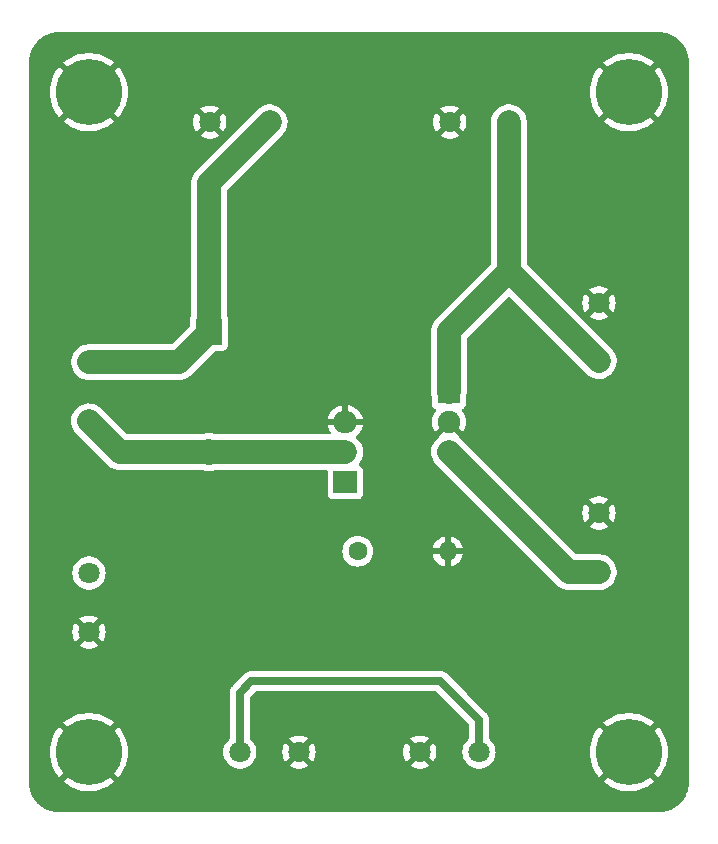
<source format=gbr>
%TF.GenerationSoftware,KiCad,Pcbnew,7.0.9*%
%TF.CreationDate,2024-06-27T12:47:17-04:00*%
%TF.ProjectId,PCBAdas,50434241-6461-4732-9e6b-696361645f70,rev?*%
%TF.SameCoordinates,Original*%
%TF.FileFunction,Copper,L2,Bot*%
%TF.FilePolarity,Positive*%
%FSLAX46Y46*%
G04 Gerber Fmt 4.6, Leading zero omitted, Abs format (unit mm)*
G04 Created by KiCad (PCBNEW 7.0.9) date 2024-06-27 12:47:17*
%MOMM*%
%LPD*%
G01*
G04 APERTURE LIST*
%TA.AperFunction,ComponentPad*%
%ADD10C,1.803400*%
%TD*%
%TA.AperFunction,ComponentPad*%
%ADD11R,1.910000X1.910000*%
%TD*%
%TA.AperFunction,ComponentPad*%
%ADD12C,1.910000*%
%TD*%
%TA.AperFunction,ComponentPad*%
%ADD13C,1.600000*%
%TD*%
%TA.AperFunction,ComponentPad*%
%ADD14O,1.600000X1.600000*%
%TD*%
%TA.AperFunction,ComponentPad*%
%ADD15C,5.600000*%
%TD*%
%TA.AperFunction,ComponentPad*%
%ADD16R,2.000000X1.905000*%
%TD*%
%TA.AperFunction,ComponentPad*%
%ADD17O,2.000000X1.905000*%
%TD*%
%TA.AperFunction,ComponentPad*%
%ADD18R,2.200000X2.200000*%
%TD*%
%TA.AperFunction,ComponentPad*%
%ADD19O,2.200000X2.200000*%
%TD*%
%TA.AperFunction,Conductor*%
%ADD20C,2.000000*%
%TD*%
%TA.AperFunction,Conductor*%
%ADD21C,0.700000*%
%TD*%
G04 APERTURE END LIST*
D10*
%TO.P,J8,1,Pin_1*%
%TO.N,+8V*%
X185420000Y-93980000D03*
%TO.P,J8,2,Pin_2*%
%TO.N,GND*%
X185420000Y-88980000D03*
%TD*%
%TO.P,J7,1,Pin_1*%
%TO.N,+7.5V*%
X157480000Y-73660000D03*
%TO.P,J7,2,Pin_2*%
%TO.N,GND*%
X152480000Y-73660000D03*
%TD*%
%TO.P,J6,1,Pin_1*%
%TO.N,Net-(J5-Pin_2)*%
X155020000Y-127000000D03*
%TO.P,J6,2,Pin_2*%
%TO.N,GND*%
X160020000Y-127000000D03*
%TD*%
%TO.P,J5,1,Pin_1*%
%TO.N,GND*%
X170260000Y-127000000D03*
%TO.P,J5,2,Pin_2*%
%TO.N,Net-(J5-Pin_2)*%
X175260000Y-127000000D03*
%TD*%
%TO.P,J4,1,Pin_1*%
%TO.N,Net-(J4-Pin_1)*%
X185420000Y-111760000D03*
%TO.P,J4,2,Pin_2*%
%TO.N,GND*%
X185420000Y-106760000D03*
%TD*%
%TO.P,J3,1,Pin_1*%
%TO.N,+8V*%
X177800000Y-73660000D03*
%TO.P,J3,2,Pin_2*%
%TO.N,GND*%
X172800000Y-73660000D03*
%TD*%
%TO.P,J2,1,Pin_1*%
%TO.N,+7.5V*%
X142240000Y-94060000D03*
%TO.P,J2,2,Pin_2*%
%TO.N,Net-(D1-A)*%
X142240000Y-99060000D03*
%TD*%
%TO.P,J1,1,Pin_1*%
%TO.N,Net-(J1-Pin_1)*%
X142240000Y-111840000D03*
%TO.P,J1,2,Pin_2*%
%TO.N,GND*%
X142240000Y-116840000D03*
%TD*%
D11*
%TO.P,U2,1,IN*%
%TO.N,+8V*%
X172720000Y-96520000D03*
D12*
%TO.P,U2,2,GND*%
%TO.N,GND*%
X172720000Y-99060000D03*
%TO.P,U2,3,OUT*%
%TO.N,Net-(J4-Pin_1)*%
X172720000Y-101600000D03*
%TD*%
D13*
%TO.P,R1,1*%
%TO.N,Net-(J1-Pin_1)*%
X165000000Y-110000000D03*
D14*
%TO.P,R1,2*%
%TO.N,GND*%
X172620000Y-110000000D03*
%TD*%
D15*
%TO.P,H3,1,1*%
%TO.N,GND*%
X142240000Y-71120000D03*
%TD*%
%TO.P,H1,1,1*%
%TO.N,GND*%
X142240000Y-127000000D03*
%TD*%
D16*
%TO.P,Q1,1,G*%
%TO.N,Net-(J1-Pin_1)*%
X163945000Y-104140000D03*
D17*
%TO.P,Q1,2,D*%
%TO.N,Net-(D1-A)*%
X163945000Y-101600000D03*
%TO.P,Q1,3,S*%
%TO.N,GND*%
X163945000Y-99060000D03*
%TD*%
D15*
%TO.P,H4,1,1*%
%TO.N,GND*%
X187960000Y-71120000D03*
%TD*%
%TO.P,H2,1,1*%
%TO.N,GND*%
X187960000Y-127000000D03*
%TD*%
D18*
%TO.P,D1,1,K*%
%TO.N,+7.5V*%
X152400000Y-91440000D03*
D19*
%TO.P,D1,2,A*%
%TO.N,Net-(D1-A)*%
X152400000Y-101600000D03*
%TD*%
D20*
%TO.N,Net-(J4-Pin_1)*%
X182880000Y-111760000D02*
X172720000Y-101600000D01*
X185420000Y-111760000D02*
X182880000Y-111760000D01*
%TO.N,+8V*%
X172720000Y-91360000D02*
X177800000Y-86280000D01*
X172720000Y-96520000D02*
X172720000Y-91360000D01*
%TO.N,+7.5V*%
X149860000Y-93980000D02*
X152400000Y-91440000D01*
X142240000Y-93980000D02*
X149860000Y-93980000D01*
X152400000Y-91440000D02*
X152400000Y-78820000D01*
X152400000Y-78820000D02*
X157560000Y-73660000D01*
%TO.N,Net-(D1-A)*%
X142240000Y-98980000D02*
X144860000Y-101600000D01*
X144860000Y-101600000D02*
X152400000Y-101600000D01*
X152400000Y-101600000D02*
X163945000Y-101600000D01*
D21*
%TO.N,Net-(J5-Pin_2)*%
X172000000Y-121000000D02*
X175260000Y-124260000D01*
X155020000Y-121980000D02*
X156000000Y-121000000D01*
X155020000Y-127000000D02*
X155020000Y-121980000D01*
X175260000Y-124260000D02*
X175260000Y-127000000D01*
X156000000Y-121000000D02*
X172000000Y-121000000D01*
D20*
%TO.N,+8V*%
X177800000Y-86280000D02*
X185420000Y-93900000D01*
X177800000Y-73660000D02*
X177800000Y-86280000D01*
%TD*%
%TA.AperFunction,Conductor*%
%TO.N,GND*%
G36*
X190501737Y-66040598D02*
G01*
X190535041Y-66042467D01*
X190615603Y-66046992D01*
X190787691Y-66057401D01*
X190794297Y-66058160D01*
X190865907Y-66070327D01*
X190930343Y-66081277D01*
X191023462Y-66098340D01*
X191079227Y-66108560D01*
X191085198Y-66109963D01*
X191222032Y-66149384D01*
X191362850Y-66193265D01*
X191368092Y-66195164D01*
X191501420Y-66250391D01*
X191634609Y-66310334D01*
X191639147Y-66312605D01*
X191712221Y-66352991D01*
X191766422Y-66382947D01*
X191766439Y-66382956D01*
X191890935Y-66458217D01*
X191894739Y-66460711D01*
X192012726Y-66544427D01*
X192015072Y-66546176D01*
X192110416Y-66620874D01*
X192128332Y-66634910D01*
X192131409Y-66637486D01*
X192239430Y-66734018D01*
X192241957Y-66736408D01*
X192343590Y-66838041D01*
X192345980Y-66840568D01*
X192442512Y-66948589D01*
X192445088Y-66951666D01*
X192533811Y-67064912D01*
X192535571Y-67067272D01*
X192619287Y-67185259D01*
X192621781Y-67189063D01*
X192697043Y-67313560D01*
X192767393Y-67440851D01*
X192769668Y-67445398D01*
X192829609Y-67578581D01*
X192884831Y-67711899D01*
X192886744Y-67717183D01*
X192909633Y-67790634D01*
X192930631Y-67858021D01*
X192970032Y-67994790D01*
X192971440Y-68000781D01*
X192998722Y-68149656D01*
X193021835Y-68285683D01*
X193022599Y-68292330D01*
X193033012Y-68464475D01*
X193039402Y-68578263D01*
X193039500Y-68581741D01*
X193039500Y-129538258D01*
X193039402Y-129541736D01*
X193033012Y-129655524D01*
X193022599Y-129827668D01*
X193021835Y-129834315D01*
X192998722Y-129970343D01*
X192971440Y-130119217D01*
X192970032Y-130125208D01*
X192930625Y-130262001D01*
X192886744Y-130402815D01*
X192884831Y-130408099D01*
X192829609Y-130541418D01*
X192769668Y-130674600D01*
X192767394Y-130679147D01*
X192697043Y-130806439D01*
X192621781Y-130930936D01*
X192619287Y-130934739D01*
X192535571Y-131052726D01*
X192533811Y-131055086D01*
X192445088Y-131168332D01*
X192442512Y-131171409D01*
X192345980Y-131279430D01*
X192343590Y-131281957D01*
X192241957Y-131383590D01*
X192239430Y-131385980D01*
X192131409Y-131482512D01*
X192128332Y-131485088D01*
X192015086Y-131573811D01*
X192012726Y-131575571D01*
X191894739Y-131659287D01*
X191890936Y-131661781D01*
X191766439Y-131737043D01*
X191639147Y-131807394D01*
X191634600Y-131809668D01*
X191501418Y-131869609D01*
X191368099Y-131924831D01*
X191362815Y-131926744D01*
X191245231Y-131963385D01*
X191221990Y-131970627D01*
X191085208Y-132010032D01*
X191079217Y-132011440D01*
X190930343Y-132038722D01*
X190794315Y-132061835D01*
X190787668Y-132062599D01*
X190615524Y-132073012D01*
X190501736Y-132079402D01*
X190498258Y-132079500D01*
X139701742Y-132079500D01*
X139698265Y-132079402D01*
X139584475Y-132073012D01*
X139412330Y-132062599D01*
X139405683Y-132061835D01*
X139269656Y-132038722D01*
X139120781Y-132011440D01*
X139114790Y-132010032D01*
X138978021Y-131970631D01*
X138910634Y-131949633D01*
X138837183Y-131926744D01*
X138831899Y-131924831D01*
X138698581Y-131869609D01*
X138565398Y-131809668D01*
X138560851Y-131807393D01*
X138433560Y-131737043D01*
X138309063Y-131661781D01*
X138305259Y-131659287D01*
X138187272Y-131575571D01*
X138184912Y-131573811D01*
X138071666Y-131485088D01*
X138068589Y-131482512D01*
X137960568Y-131385980D01*
X137958041Y-131383590D01*
X137856408Y-131281957D01*
X137854018Y-131279430D01*
X137757486Y-131171409D01*
X137754910Y-131168332D01*
X137740874Y-131150416D01*
X137666176Y-131055072D01*
X137664427Y-131052726D01*
X137580711Y-130934739D01*
X137578217Y-130930935D01*
X137502956Y-130806439D01*
X137432605Y-130679147D01*
X137430330Y-130674600D01*
X137370390Y-130541418D01*
X137315167Y-130408099D01*
X137313265Y-130402850D01*
X137269375Y-130262001D01*
X137229963Y-130125198D01*
X137228560Y-130119227D01*
X137218340Y-130063462D01*
X137201277Y-129970343D01*
X137190327Y-129905907D01*
X137178160Y-129834297D01*
X137177401Y-129827691D01*
X137166992Y-129655603D01*
X137162626Y-129577867D01*
X137160598Y-129541736D01*
X137160500Y-129538259D01*
X137160500Y-127000002D01*
X138935153Y-127000002D01*
X138954526Y-127357314D01*
X138954527Y-127357331D01*
X139012415Y-127710431D01*
X139012421Y-127710457D01*
X139108147Y-128055232D01*
X139108149Y-128055239D01*
X139240597Y-128387659D01*
X139240606Y-128387677D01*
X139408218Y-128703827D01*
X139609033Y-129000007D01*
X139736441Y-129150003D01*
X139736442Y-129150004D01*
X140942266Y-127944180D01*
X141105130Y-128134870D01*
X141295818Y-128297732D01*
X140087255Y-129506295D01*
X140087256Y-129506296D01*
X140100485Y-129518828D01*
X140100486Y-129518829D01*
X140385367Y-129735388D01*
X140385370Y-129735390D01*
X140691990Y-129919876D01*
X141016739Y-130070122D01*
X141016744Y-130070123D01*
X141355855Y-130184383D01*
X141705339Y-130261311D01*
X142061075Y-130299999D01*
X142061085Y-130300000D01*
X142418915Y-130300000D01*
X142418924Y-130299999D01*
X142774660Y-130261311D01*
X143124144Y-130184383D01*
X143463255Y-130070123D01*
X143463260Y-130070122D01*
X143788009Y-129919876D01*
X144094629Y-129735390D01*
X144094632Y-129735388D01*
X144379504Y-129518836D01*
X144392742Y-129506294D01*
X143184180Y-128297733D01*
X143374870Y-128134870D01*
X143537733Y-127944180D01*
X144743556Y-129150003D01*
X144870964Y-129000008D01*
X144870975Y-128999994D01*
X145071781Y-128703827D01*
X145239393Y-128387677D01*
X145239402Y-128387659D01*
X145371850Y-128055239D01*
X145371852Y-128055232D01*
X145467578Y-127710457D01*
X145467584Y-127710431D01*
X145525472Y-127357331D01*
X145525473Y-127357314D01*
X145544847Y-127000005D01*
X153612994Y-127000005D01*
X153632183Y-127231582D01*
X153689229Y-127456854D01*
X153782575Y-127669662D01*
X153809228Y-127710457D01*
X153909675Y-127864201D01*
X154067061Y-128035168D01*
X154067064Y-128035170D01*
X154067067Y-128035173D01*
X154250432Y-128177892D01*
X154250438Y-128177896D01*
X154250441Y-128177898D01*
X154454812Y-128288499D01*
X154674600Y-128363952D01*
X154903810Y-128402200D01*
X155136190Y-128402200D01*
X155365400Y-128363952D01*
X155585188Y-128288499D01*
X155789559Y-128177898D01*
X155790103Y-128177475D01*
X155851138Y-128129969D01*
X155972939Y-128035168D01*
X156130325Y-127864201D01*
X156257425Y-127669661D01*
X156350771Y-127456854D01*
X156407816Y-127231586D01*
X156427006Y-127000005D01*
X158613496Y-127000005D01*
X158632678Y-127231499D01*
X158689704Y-127456691D01*
X158783015Y-127669418D01*
X158867584Y-127798861D01*
X159419277Y-127247168D01*
X159429285Y-127277969D01*
X159516972Y-127416141D01*
X159636266Y-127528165D01*
X159771204Y-127602348D01*
X159219989Y-128153562D01*
X159219990Y-128153563D01*
X159250712Y-128177475D01*
X159250718Y-128177480D01*
X159455007Y-128288035D01*
X159455017Y-128288040D01*
X159674721Y-128363464D01*
X159903853Y-128401700D01*
X160136147Y-128401700D01*
X160365278Y-128363464D01*
X160584982Y-128288040D01*
X160584987Y-128288038D01*
X160789288Y-128177475D01*
X160820008Y-128153563D01*
X160820008Y-128153562D01*
X160265762Y-127599315D01*
X160334512Y-127572095D01*
X160466905Y-127475906D01*
X160571218Y-127349813D01*
X160619903Y-127246350D01*
X161172414Y-127798861D01*
X161256980Y-127669425D01*
X161256985Y-127669417D01*
X161350295Y-127456691D01*
X161407321Y-127231499D01*
X161426504Y-127000005D01*
X168853496Y-127000005D01*
X168872678Y-127231499D01*
X168929704Y-127456691D01*
X169023015Y-127669418D01*
X169107584Y-127798861D01*
X169659277Y-127247168D01*
X169669285Y-127277969D01*
X169756972Y-127416141D01*
X169876266Y-127528165D01*
X170011204Y-127602348D01*
X169459989Y-128153562D01*
X169459990Y-128153563D01*
X169490712Y-128177475D01*
X169490718Y-128177480D01*
X169695007Y-128288035D01*
X169695017Y-128288040D01*
X169914721Y-128363464D01*
X170143853Y-128401700D01*
X170376147Y-128401700D01*
X170605278Y-128363464D01*
X170824982Y-128288040D01*
X170824987Y-128288038D01*
X171029288Y-128177475D01*
X171060008Y-128153563D01*
X171060008Y-128153562D01*
X170505762Y-127599315D01*
X170574512Y-127572095D01*
X170706905Y-127475906D01*
X170811218Y-127349813D01*
X170859903Y-127246350D01*
X171412414Y-127798861D01*
X171496980Y-127669425D01*
X171496985Y-127669417D01*
X171590295Y-127456691D01*
X171647321Y-127231499D01*
X171666504Y-127000005D01*
X171666504Y-126999994D01*
X171647321Y-126768500D01*
X171590295Y-126543308D01*
X171496982Y-126330576D01*
X171412414Y-126201137D01*
X170860721Y-126752829D01*
X170850715Y-126722031D01*
X170763028Y-126583859D01*
X170643734Y-126471835D01*
X170508795Y-126397651D01*
X171060009Y-125846436D01*
X171060009Y-125846435D01*
X171029286Y-125822523D01*
X171029281Y-125822519D01*
X170824992Y-125711964D01*
X170824982Y-125711959D01*
X170605278Y-125636535D01*
X170376147Y-125598300D01*
X170143853Y-125598300D01*
X169914721Y-125636535D01*
X169695017Y-125711959D01*
X169695007Y-125711964D01*
X169490717Y-125822520D01*
X169490706Y-125822527D01*
X169459990Y-125846434D01*
X169459990Y-125846436D01*
X170014238Y-126400684D01*
X169945488Y-126427905D01*
X169813095Y-126524094D01*
X169708782Y-126650187D01*
X169660096Y-126753649D01*
X169107584Y-126201137D01*
X169023016Y-126330578D01*
X168929704Y-126543308D01*
X168872678Y-126768500D01*
X168853496Y-126999994D01*
X168853496Y-127000005D01*
X161426504Y-127000005D01*
X161426504Y-126999994D01*
X161407321Y-126768500D01*
X161350295Y-126543308D01*
X161256982Y-126330576D01*
X161172414Y-126201137D01*
X160620721Y-126752829D01*
X160610715Y-126722031D01*
X160523028Y-126583859D01*
X160403734Y-126471835D01*
X160268795Y-126397651D01*
X160820009Y-125846436D01*
X160820009Y-125846435D01*
X160789286Y-125822523D01*
X160789281Y-125822519D01*
X160584992Y-125711964D01*
X160584982Y-125711959D01*
X160365278Y-125636535D01*
X160136147Y-125598300D01*
X159903853Y-125598300D01*
X159674721Y-125636535D01*
X159455017Y-125711959D01*
X159455007Y-125711964D01*
X159250717Y-125822520D01*
X159250706Y-125822527D01*
X159219990Y-125846434D01*
X159219990Y-125846436D01*
X159774238Y-126400684D01*
X159705488Y-126427905D01*
X159573095Y-126524094D01*
X159468782Y-126650187D01*
X159420096Y-126753649D01*
X158867584Y-126201137D01*
X158783016Y-126330578D01*
X158689704Y-126543308D01*
X158632678Y-126768500D01*
X158613496Y-126999994D01*
X158613496Y-127000005D01*
X156427006Y-127000005D01*
X156427006Y-127000000D01*
X156423609Y-126959007D01*
X156407816Y-126768417D01*
X156407816Y-126768414D01*
X156350771Y-126543146D01*
X156257425Y-126330339D01*
X156130325Y-126135799D01*
X155972939Y-125964832D01*
X155918337Y-125922333D01*
X155877524Y-125865622D01*
X155870500Y-125824480D01*
X155870500Y-122383651D01*
X155890185Y-122316612D01*
X155906819Y-122295970D01*
X156315970Y-121886819D01*
X156377293Y-121853334D01*
X156403651Y-121850500D01*
X171596349Y-121850500D01*
X171663388Y-121870185D01*
X171684030Y-121886819D01*
X174373181Y-124575970D01*
X174406666Y-124637293D01*
X174409500Y-124663651D01*
X174409500Y-125824480D01*
X174389815Y-125891519D01*
X174361663Y-125922333D01*
X174307063Y-125964830D01*
X174149676Y-126135797D01*
X174149673Y-126135801D01*
X174022575Y-126330337D01*
X173929229Y-126543145D01*
X173872183Y-126768417D01*
X173852994Y-126999994D01*
X173852994Y-127000005D01*
X173872183Y-127231582D01*
X173929229Y-127456854D01*
X174022575Y-127669662D01*
X174049228Y-127710457D01*
X174149675Y-127864201D01*
X174307061Y-128035168D01*
X174307064Y-128035170D01*
X174307067Y-128035173D01*
X174490432Y-128177892D01*
X174490438Y-128177896D01*
X174490441Y-128177898D01*
X174694812Y-128288499D01*
X174914600Y-128363952D01*
X175143810Y-128402200D01*
X175376190Y-128402200D01*
X175605400Y-128363952D01*
X175825188Y-128288499D01*
X176029559Y-128177898D01*
X176030103Y-128177475D01*
X176091138Y-128129969D01*
X176212939Y-128035168D01*
X176370325Y-127864201D01*
X176497425Y-127669661D01*
X176590771Y-127456854D01*
X176647816Y-127231586D01*
X176667006Y-127000002D01*
X184655153Y-127000002D01*
X184674526Y-127357314D01*
X184674527Y-127357331D01*
X184732415Y-127710431D01*
X184732421Y-127710457D01*
X184828147Y-128055232D01*
X184828149Y-128055239D01*
X184960597Y-128387659D01*
X184960606Y-128387677D01*
X185128218Y-128703827D01*
X185329033Y-129000007D01*
X185456441Y-129150003D01*
X185456442Y-129150004D01*
X186662266Y-127944180D01*
X186825130Y-128134870D01*
X187015818Y-128297732D01*
X185807255Y-129506295D01*
X185807256Y-129506296D01*
X185820485Y-129518828D01*
X185820486Y-129518829D01*
X186105367Y-129735388D01*
X186105370Y-129735390D01*
X186411990Y-129919876D01*
X186736739Y-130070122D01*
X186736744Y-130070123D01*
X187075855Y-130184383D01*
X187425339Y-130261311D01*
X187781075Y-130299999D01*
X187781085Y-130300000D01*
X188138915Y-130300000D01*
X188138924Y-130299999D01*
X188494660Y-130261311D01*
X188844144Y-130184383D01*
X189183255Y-130070123D01*
X189183260Y-130070122D01*
X189508009Y-129919876D01*
X189814629Y-129735390D01*
X189814632Y-129735388D01*
X190099504Y-129518836D01*
X190112742Y-129506294D01*
X188904180Y-128297733D01*
X189094870Y-128134870D01*
X189257733Y-127944180D01*
X190463556Y-129150003D01*
X190590964Y-129000008D01*
X190590975Y-128999994D01*
X190791781Y-128703827D01*
X190959393Y-128387677D01*
X190959402Y-128387659D01*
X191091850Y-128055239D01*
X191091852Y-128055232D01*
X191187578Y-127710457D01*
X191187584Y-127710431D01*
X191245472Y-127357331D01*
X191245473Y-127357314D01*
X191264847Y-127000002D01*
X191264847Y-126999997D01*
X191245473Y-126642685D01*
X191245472Y-126642668D01*
X191187584Y-126289568D01*
X191187578Y-126289542D01*
X191091852Y-125944767D01*
X191091850Y-125944760D01*
X190959402Y-125612340D01*
X190959393Y-125612322D01*
X190791781Y-125296172D01*
X190590966Y-124999992D01*
X190463557Y-124849995D01*
X190463556Y-124849994D01*
X189257732Y-126055818D01*
X189094870Y-125865130D01*
X188904180Y-125702266D01*
X190112743Y-124493703D01*
X190112742Y-124493702D01*
X190099514Y-124481171D01*
X190099513Y-124481170D01*
X189814632Y-124264611D01*
X189814629Y-124264609D01*
X189508009Y-124080123D01*
X189183260Y-123929877D01*
X189183255Y-123929876D01*
X188844144Y-123815616D01*
X188494660Y-123738688D01*
X188138924Y-123700000D01*
X187781075Y-123700000D01*
X187425339Y-123738688D01*
X187075855Y-123815616D01*
X186736744Y-123929876D01*
X186736739Y-123929877D01*
X186411990Y-124080123D01*
X186105370Y-124264609D01*
X186105367Y-124264611D01*
X185820491Y-124481166D01*
X185807256Y-124493703D01*
X185807255Y-124493703D01*
X187015819Y-125702266D01*
X186825130Y-125865130D01*
X186662266Y-126055818D01*
X185456442Y-124849994D01*
X185456441Y-124849995D01*
X185329040Y-124999983D01*
X185329033Y-124999993D01*
X185128218Y-125296172D01*
X184960606Y-125612322D01*
X184960597Y-125612340D01*
X184828149Y-125944760D01*
X184828147Y-125944767D01*
X184732421Y-126289542D01*
X184732415Y-126289568D01*
X184674527Y-126642668D01*
X184674526Y-126642685D01*
X184655153Y-126999997D01*
X184655153Y-127000002D01*
X176667006Y-127000002D01*
X176667006Y-127000000D01*
X176663609Y-126959007D01*
X176647816Y-126768417D01*
X176647816Y-126768414D01*
X176590771Y-126543146D01*
X176497425Y-126330339D01*
X176370325Y-126135799D01*
X176212939Y-125964832D01*
X176158337Y-125922333D01*
X176117524Y-125865622D01*
X176110500Y-125824480D01*
X176110500Y-124297087D01*
X176110705Y-124292052D01*
X176115201Y-124236836D01*
X176104270Y-124156607D01*
X176095514Y-124076090D01*
X176095513Y-124076088D01*
X176095513Y-124076084D01*
X176095280Y-124075026D01*
X176090497Y-124054621D01*
X176090227Y-124053532D01*
X176062299Y-123977513D01*
X176046248Y-123929877D01*
X176036444Y-123900779D01*
X176036441Y-123900775D01*
X176036441Y-123900773D01*
X176036006Y-123899831D01*
X176026895Y-123880818D01*
X176026432Y-123879884D01*
X175982822Y-123811658D01*
X175941070Y-123742264D01*
X175941068Y-123742262D01*
X175941067Y-123742260D01*
X175940455Y-123741455D01*
X175927503Y-123724889D01*
X175926803Y-123724018D01*
X175926799Y-123724011D01*
X175869557Y-123666769D01*
X175813848Y-123607957D01*
X175813108Y-123607328D01*
X175795875Y-123593087D01*
X174252220Y-122049432D01*
X172627607Y-120424818D01*
X172624204Y-120421126D01*
X172588336Y-120378899D01*
X172523891Y-120329909D01*
X172460759Y-120279162D01*
X172460758Y-120279161D01*
X172460754Y-120279158D01*
X172460748Y-120279155D01*
X172459854Y-120278583D01*
X172442019Y-120267520D01*
X172441064Y-120266946D01*
X172367560Y-120232939D01*
X172295027Y-120196966D01*
X172293981Y-120196582D01*
X172274160Y-120189602D01*
X172273164Y-120189266D01*
X172194073Y-120171858D01*
X172115494Y-120152315D01*
X172114584Y-120152191D01*
X172093506Y-120149610D01*
X172092501Y-120149501D01*
X172092497Y-120149500D01*
X172092492Y-120149500D01*
X172011531Y-120149500D01*
X171930564Y-120147306D01*
X171929520Y-120147391D01*
X171907352Y-120149500D01*
X156037087Y-120149500D01*
X156032052Y-120149295D01*
X155976835Y-120144798D01*
X155976828Y-120144799D01*
X155896607Y-120155729D01*
X155816092Y-120164485D01*
X155815131Y-120164697D01*
X155794471Y-120169538D01*
X155793534Y-120169771D01*
X155717513Y-120197700D01*
X155640784Y-120223553D01*
X155639920Y-120223953D01*
X155620721Y-120233152D01*
X155619881Y-120233569D01*
X155551659Y-120277176D01*
X155482268Y-120318927D01*
X155481489Y-120319519D01*
X155464764Y-120332595D01*
X155464013Y-120333198D01*
X155406768Y-120390442D01*
X155347956Y-120446153D01*
X155347346Y-120446871D01*
X155333091Y-120464119D01*
X154444830Y-121352380D01*
X154441127Y-121355794D01*
X154398898Y-121391665D01*
X154349909Y-121456108D01*
X154299155Y-121519249D01*
X154298649Y-121520041D01*
X154287469Y-121538066D01*
X154286944Y-121538938D01*
X154252939Y-121612439D01*
X154216963Y-121684980D01*
X154216582Y-121686017D01*
X154209580Y-121705906D01*
X154209267Y-121706833D01*
X154191858Y-121785926D01*
X154172314Y-121864513D01*
X154172191Y-121865416D01*
X154169607Y-121886516D01*
X154169500Y-121887501D01*
X154169500Y-121968468D01*
X154167306Y-122049438D01*
X154167389Y-122050447D01*
X154169500Y-122072649D01*
X154169500Y-125824480D01*
X154149815Y-125891519D01*
X154121663Y-125922333D01*
X154067063Y-125964830D01*
X153909676Y-126135797D01*
X153909673Y-126135801D01*
X153782575Y-126330337D01*
X153689229Y-126543145D01*
X153632183Y-126768417D01*
X153612994Y-126999994D01*
X153612994Y-127000005D01*
X145544847Y-127000005D01*
X145544847Y-127000002D01*
X145544847Y-126999997D01*
X145525473Y-126642685D01*
X145525472Y-126642668D01*
X145467584Y-126289568D01*
X145467578Y-126289542D01*
X145371852Y-125944767D01*
X145371850Y-125944760D01*
X145239402Y-125612340D01*
X145239393Y-125612322D01*
X145071781Y-125296172D01*
X144870966Y-124999992D01*
X144743557Y-124849995D01*
X144743556Y-124849994D01*
X143537732Y-126055818D01*
X143374870Y-125865130D01*
X143184180Y-125702266D01*
X144392743Y-124493703D01*
X144392742Y-124493702D01*
X144379514Y-124481171D01*
X144379513Y-124481170D01*
X144094632Y-124264611D01*
X144094629Y-124264609D01*
X143788009Y-124080123D01*
X143463260Y-123929877D01*
X143463255Y-123929876D01*
X143124144Y-123815616D01*
X142774660Y-123738688D01*
X142418924Y-123700000D01*
X142061075Y-123700000D01*
X141705339Y-123738688D01*
X141355855Y-123815616D01*
X141016744Y-123929876D01*
X141016739Y-123929877D01*
X140691990Y-124080123D01*
X140385370Y-124264609D01*
X140385367Y-124264611D01*
X140100491Y-124481166D01*
X140087256Y-124493703D01*
X140087255Y-124493703D01*
X141295819Y-125702266D01*
X141105130Y-125865130D01*
X140942266Y-126055818D01*
X139736442Y-124849994D01*
X139736441Y-124849995D01*
X139609040Y-124999983D01*
X139609033Y-124999993D01*
X139408218Y-125296172D01*
X139240606Y-125612322D01*
X139240597Y-125612340D01*
X139108149Y-125944760D01*
X139108147Y-125944767D01*
X139012421Y-126289542D01*
X139012415Y-126289568D01*
X138954527Y-126642668D01*
X138954526Y-126642685D01*
X138935153Y-126999997D01*
X138935153Y-127000002D01*
X137160500Y-127000002D01*
X137160500Y-116840005D01*
X140833496Y-116840005D01*
X140852678Y-117071499D01*
X140909704Y-117296691D01*
X141003015Y-117509418D01*
X141087584Y-117638861D01*
X141639277Y-117087168D01*
X141649285Y-117117969D01*
X141736972Y-117256141D01*
X141856266Y-117368165D01*
X141991204Y-117442348D01*
X141439989Y-117993562D01*
X141439990Y-117993563D01*
X141470712Y-118017475D01*
X141470718Y-118017480D01*
X141675007Y-118128035D01*
X141675017Y-118128040D01*
X141894721Y-118203464D01*
X142123853Y-118241700D01*
X142356147Y-118241700D01*
X142585278Y-118203464D01*
X142804982Y-118128040D01*
X142804987Y-118128038D01*
X143009288Y-118017475D01*
X143040008Y-117993563D01*
X143040008Y-117993562D01*
X142485762Y-117439315D01*
X142554512Y-117412095D01*
X142686905Y-117315906D01*
X142791218Y-117189813D01*
X142839903Y-117086350D01*
X143392414Y-117638861D01*
X143476980Y-117509425D01*
X143476985Y-117509417D01*
X143570295Y-117296691D01*
X143627321Y-117071499D01*
X143646504Y-116840005D01*
X143646504Y-116839994D01*
X143627321Y-116608500D01*
X143570295Y-116383308D01*
X143476982Y-116170576D01*
X143392414Y-116041137D01*
X142840721Y-116592829D01*
X142830715Y-116562031D01*
X142743028Y-116423859D01*
X142623734Y-116311835D01*
X142488795Y-116237651D01*
X143040009Y-115686436D01*
X143040009Y-115686435D01*
X143009286Y-115662523D01*
X143009281Y-115662519D01*
X142804992Y-115551964D01*
X142804982Y-115551959D01*
X142585278Y-115476535D01*
X142356147Y-115438300D01*
X142123853Y-115438300D01*
X141894721Y-115476535D01*
X141675017Y-115551959D01*
X141675007Y-115551964D01*
X141470717Y-115662520D01*
X141470706Y-115662527D01*
X141439990Y-115686434D01*
X141439990Y-115686436D01*
X141994238Y-116240684D01*
X141925488Y-116267905D01*
X141793095Y-116364094D01*
X141688782Y-116490187D01*
X141640096Y-116593649D01*
X141087584Y-116041137D01*
X141003016Y-116170578D01*
X140909704Y-116383308D01*
X140852678Y-116608500D01*
X140833496Y-116839994D01*
X140833496Y-116840005D01*
X137160500Y-116840005D01*
X137160500Y-111840005D01*
X140832994Y-111840005D01*
X140852183Y-112071582D01*
X140909229Y-112296854D01*
X141002575Y-112509662D01*
X141129673Y-112704198D01*
X141129675Y-112704201D01*
X141287061Y-112875168D01*
X141287064Y-112875170D01*
X141287067Y-112875173D01*
X141470432Y-113017892D01*
X141470438Y-113017896D01*
X141470441Y-113017898D01*
X141674812Y-113128499D01*
X141836662Y-113184062D01*
X141891972Y-113203050D01*
X141894600Y-113203952D01*
X142123810Y-113242200D01*
X142356190Y-113242200D01*
X142585400Y-113203952D01*
X142805188Y-113128499D01*
X143009559Y-113017898D01*
X143192939Y-112875168D01*
X143350325Y-112704201D01*
X143477425Y-112509661D01*
X143570771Y-112296854D01*
X143627816Y-112071586D01*
X143636344Y-111968658D01*
X143647006Y-111840005D01*
X143647006Y-111839994D01*
X143627816Y-111608417D01*
X143627816Y-111608414D01*
X143570771Y-111383146D01*
X143477425Y-111170339D01*
X143467526Y-111155188D01*
X143350326Y-110975801D01*
X143350325Y-110975799D01*
X143192939Y-110804832D01*
X143192934Y-110804828D01*
X143192932Y-110804826D01*
X143009567Y-110662107D01*
X143009561Y-110662103D01*
X142805188Y-110551501D01*
X142805180Y-110551498D01*
X142585402Y-110476048D01*
X142356190Y-110437800D01*
X142123810Y-110437800D01*
X141894597Y-110476048D01*
X141674819Y-110551498D01*
X141674811Y-110551501D01*
X141470438Y-110662103D01*
X141470432Y-110662107D01*
X141287067Y-110804826D01*
X141287064Y-110804829D01*
X141129676Y-110975797D01*
X141129673Y-110975801D01*
X141002575Y-111170337D01*
X140909229Y-111383145D01*
X140852183Y-111608417D01*
X140832994Y-111839994D01*
X140832994Y-111840005D01*
X137160500Y-111840005D01*
X137160500Y-110000001D01*
X163694532Y-110000001D01*
X163714364Y-110226686D01*
X163714366Y-110226697D01*
X163773258Y-110446488D01*
X163773261Y-110446497D01*
X163869431Y-110652732D01*
X163869432Y-110652734D01*
X163999954Y-110839141D01*
X164160858Y-111000045D01*
X164160861Y-111000047D01*
X164347266Y-111130568D01*
X164553504Y-111226739D01*
X164773308Y-111285635D01*
X164935230Y-111299801D01*
X164999998Y-111305468D01*
X165000000Y-111305468D01*
X165000002Y-111305468D01*
X165056673Y-111300509D01*
X165226692Y-111285635D01*
X165446496Y-111226739D01*
X165652734Y-111130568D01*
X165839139Y-111000047D01*
X166000047Y-110839139D01*
X166130568Y-110652734D01*
X166226739Y-110446496D01*
X166285635Y-110226692D01*
X166305468Y-110000000D01*
X166285635Y-109773308D01*
X166279389Y-109749999D01*
X171341127Y-109749999D01*
X171341128Y-109750000D01*
X172304314Y-109750000D01*
X172292359Y-109761955D01*
X172234835Y-109874852D01*
X172215014Y-110000000D01*
X172234835Y-110125148D01*
X172292359Y-110238045D01*
X172304314Y-110250000D01*
X171341128Y-110250000D01*
X171393730Y-110446317D01*
X171393734Y-110446326D01*
X171489865Y-110652482D01*
X171620342Y-110838820D01*
X171781179Y-110999657D01*
X171967517Y-111130134D01*
X172173673Y-111226265D01*
X172173682Y-111226269D01*
X172369999Y-111278872D01*
X172370000Y-111278871D01*
X172370000Y-110315686D01*
X172381955Y-110327641D01*
X172494852Y-110385165D01*
X172588519Y-110400000D01*
X172651481Y-110400000D01*
X172745148Y-110385165D01*
X172858045Y-110327641D01*
X172870000Y-110315686D01*
X172870000Y-111278872D01*
X173066317Y-111226269D01*
X173066326Y-111226265D01*
X173272482Y-111130134D01*
X173458820Y-110999657D01*
X173619657Y-110838820D01*
X173750134Y-110652482D01*
X173846265Y-110446326D01*
X173846269Y-110446317D01*
X173898872Y-110250000D01*
X172935686Y-110250000D01*
X172947641Y-110238045D01*
X173005165Y-110125148D01*
X173024986Y-110000000D01*
X173005165Y-109874852D01*
X172947641Y-109761955D01*
X172935686Y-109750000D01*
X173898872Y-109750000D01*
X173898872Y-109749999D01*
X173846269Y-109553682D01*
X173846265Y-109553673D01*
X173750134Y-109347517D01*
X173619657Y-109161179D01*
X173458820Y-109000342D01*
X173272482Y-108869865D01*
X173066328Y-108773734D01*
X172870000Y-108721127D01*
X172870000Y-109684314D01*
X172858045Y-109672359D01*
X172745148Y-109614835D01*
X172651481Y-109600000D01*
X172588519Y-109600000D01*
X172494852Y-109614835D01*
X172381955Y-109672359D01*
X172370000Y-109684314D01*
X172370000Y-108721127D01*
X172173671Y-108773734D01*
X171967517Y-108869865D01*
X171781179Y-109000342D01*
X171620342Y-109161179D01*
X171489865Y-109347517D01*
X171393734Y-109553673D01*
X171393730Y-109553682D01*
X171341127Y-109749999D01*
X166279389Y-109749999D01*
X166226739Y-109553504D01*
X166130568Y-109347266D01*
X166000047Y-109160861D01*
X166000045Y-109160858D01*
X165839141Y-108999954D01*
X165652734Y-108869432D01*
X165652732Y-108869431D01*
X165446497Y-108773261D01*
X165446488Y-108773258D01*
X165226697Y-108714366D01*
X165226693Y-108714365D01*
X165226692Y-108714365D01*
X165226691Y-108714364D01*
X165226686Y-108714364D01*
X165000002Y-108694532D01*
X164999998Y-108694532D01*
X164773313Y-108714364D01*
X164773302Y-108714366D01*
X164553511Y-108773258D01*
X164553502Y-108773261D01*
X164347267Y-108869431D01*
X164347265Y-108869432D01*
X164160858Y-108999954D01*
X163999954Y-109160858D01*
X163869432Y-109347265D01*
X163869431Y-109347267D01*
X163773261Y-109553502D01*
X163773258Y-109553511D01*
X163714366Y-109773302D01*
X163714364Y-109773313D01*
X163694532Y-109999998D01*
X163694532Y-110000001D01*
X137160500Y-110000001D01*
X137160500Y-98917779D01*
X140735643Y-98917779D01*
X140745918Y-99166234D01*
X140796951Y-99409616D01*
X140796953Y-99409623D01*
X140879385Y-99620877D01*
X140887344Y-99641274D01*
X141014634Y-99854894D01*
X141050610Y-99897371D01*
X141135100Y-99997129D01*
X141589040Y-100451068D01*
X143730392Y-102592419D01*
X143735476Y-102598177D01*
X143752258Y-102619739D01*
X143752265Y-102619747D01*
X143820933Y-102682961D01*
X143842872Y-102704900D01*
X143866554Y-102724957D01*
X143935215Y-102788164D01*
X143958089Y-102803108D01*
X143964252Y-102807704D01*
X143985102Y-102825363D01*
X143985106Y-102825366D01*
X144015679Y-102843583D01*
X144065275Y-102873137D01*
X144137600Y-102920388D01*
X144143393Y-102924173D01*
X144168418Y-102935150D01*
X144175248Y-102938665D01*
X144198727Y-102952656D01*
X144285667Y-102986580D01*
X144371119Y-103024063D01*
X144397623Y-103030774D01*
X144404920Y-103033112D01*
X144430386Y-103043050D01*
X144521725Y-103062202D01*
X144612179Y-103085108D01*
X144612183Y-103085108D01*
X144612187Y-103085109D01*
X144639406Y-103087364D01*
X144647016Y-103088473D01*
X144659727Y-103091138D01*
X144673763Y-103094081D01*
X144767009Y-103097937D01*
X144797933Y-103100500D01*
X144797934Y-103100500D01*
X144828965Y-103100500D01*
X144922221Y-103104357D01*
X144949347Y-103100975D01*
X144957019Y-103100500D01*
X151815554Y-103100500D01*
X151863006Y-103109939D01*
X151875653Y-103115177D01*
X151903889Y-103126873D01*
X152148852Y-103185683D01*
X152400000Y-103205449D01*
X152651148Y-103185683D01*
X152896111Y-103126873D01*
X152928066Y-103113636D01*
X152936994Y-103109939D01*
X152984446Y-103100500D01*
X162320500Y-103100500D01*
X162387539Y-103120185D01*
X162433294Y-103172989D01*
X162444500Y-103224500D01*
X162444500Y-105140370D01*
X162444501Y-105140376D01*
X162450908Y-105199983D01*
X162501202Y-105334828D01*
X162501206Y-105334835D01*
X162587452Y-105450044D01*
X162587455Y-105450047D01*
X162702664Y-105536293D01*
X162702671Y-105536297D01*
X162837517Y-105586591D01*
X162837516Y-105586591D01*
X162844444Y-105587335D01*
X162897127Y-105593000D01*
X164992872Y-105592999D01*
X165052483Y-105586591D01*
X165187331Y-105536296D01*
X165302546Y-105450046D01*
X165388796Y-105334831D01*
X165439091Y-105199983D01*
X165445500Y-105140373D01*
X165445499Y-103139628D01*
X165439091Y-103080017D01*
X165432446Y-103062202D01*
X165388797Y-102945171D01*
X165388793Y-102945164D01*
X165302547Y-102829955D01*
X165302544Y-102829952D01*
X165187335Y-102743706D01*
X165187328Y-102743702D01*
X165166524Y-102735943D01*
X165110590Y-102694072D01*
X165086173Y-102628607D01*
X165101025Y-102560334D01*
X165111999Y-102543605D01*
X165205474Y-102423509D01*
X165323828Y-102204810D01*
X165404571Y-101969614D01*
X165445500Y-101724335D01*
X165445500Y-101475665D01*
X165404571Y-101230386D01*
X165323828Y-100995190D01*
X165205474Y-100776491D01*
X165052738Y-100580256D01*
X164869785Y-100411836D01*
X164869782Y-100411834D01*
X164866293Y-100408622D01*
X164830303Y-100348735D01*
X164832403Y-100278897D01*
X164871927Y-100221281D01*
X164882458Y-100213581D01*
X164887703Y-100210153D01*
X165064797Y-100047126D01*
X165064806Y-100047116D01*
X165212649Y-99857168D01*
X165212655Y-99857159D01*
X165327215Y-99645468D01*
X165327221Y-99645454D01*
X165405380Y-99417791D01*
X165423367Y-99310000D01*
X164439852Y-99310000D01*
X164488559Y-99172953D01*
X164498877Y-99022114D01*
X164468116Y-98874085D01*
X164434910Y-98810000D01*
X165423366Y-98810000D01*
X165423366Y-98809999D01*
X165405380Y-98702208D01*
X165327221Y-98474545D01*
X165327215Y-98474531D01*
X165212655Y-98262840D01*
X165212649Y-98262831D01*
X165064806Y-98072883D01*
X165064797Y-98072873D01*
X164887710Y-97909851D01*
X164887699Y-97909843D01*
X164686184Y-97778186D01*
X164465739Y-97681491D01*
X164465740Y-97681491D01*
X164232391Y-97622399D01*
X164195000Y-97619300D01*
X164195000Y-98568316D01*
X164166181Y-98550791D01*
X164020596Y-98510000D01*
X163907378Y-98510000D01*
X163795217Y-98525416D01*
X163695000Y-98568946D01*
X163695000Y-97619300D01*
X163694999Y-97619300D01*
X163657608Y-97622399D01*
X163424259Y-97681491D01*
X163203815Y-97778186D01*
X163002300Y-97909843D01*
X163002289Y-97909851D01*
X162825202Y-98072873D01*
X162825193Y-98072883D01*
X162677350Y-98262831D01*
X162677344Y-98262840D01*
X162562784Y-98474531D01*
X162562778Y-98474545D01*
X162484619Y-98702208D01*
X162466633Y-98809999D01*
X162466634Y-98810000D01*
X163450148Y-98810000D01*
X163401441Y-98947047D01*
X163391123Y-99097886D01*
X163421884Y-99245915D01*
X163455090Y-99310000D01*
X162466633Y-99310000D01*
X162484619Y-99417791D01*
X162562778Y-99645454D01*
X162562784Y-99645468D01*
X162677344Y-99857159D01*
X162677346Y-99857162D01*
X162710173Y-99899337D01*
X162735816Y-99964331D01*
X162722250Y-100032871D01*
X162673782Y-100083196D01*
X162612320Y-100099500D01*
X152984446Y-100099500D01*
X152936994Y-100090061D01*
X152896118Y-100073130D01*
X152896119Y-100073130D01*
X152896111Y-100073127D01*
X152896106Y-100073125D01*
X152896101Y-100073124D01*
X152651151Y-100014317D01*
X152400000Y-99994551D01*
X152148848Y-100014317D01*
X151903898Y-100073124D01*
X151903881Y-100073130D01*
X151863006Y-100090061D01*
X151815554Y-100099500D01*
X145532889Y-100099500D01*
X145465850Y-100079815D01*
X145445208Y-100063181D01*
X143257129Y-97875100D01*
X143194825Y-97822332D01*
X143114894Y-97754634D01*
X142901274Y-97627344D01*
X142901272Y-97627343D01*
X142901270Y-97627342D01*
X142669623Y-97536953D01*
X142669616Y-97536951D01*
X142426234Y-97485918D01*
X142177782Y-97475643D01*
X142177781Y-97475643D01*
X142177779Y-97475643D01*
X141992709Y-97498711D01*
X141931018Y-97506401D01*
X141692684Y-97577356D01*
X141469291Y-97686566D01*
X141469284Y-97686570D01*
X141266901Y-97831069D01*
X141091069Y-98006901D01*
X140946570Y-98209284D01*
X140946566Y-98209291D01*
X140837356Y-98432684D01*
X140766401Y-98671018D01*
X140735643Y-98917779D01*
X137160500Y-98917779D01*
X137160500Y-94104334D01*
X140739500Y-94104334D01*
X140780429Y-94349616D01*
X140861169Y-94584802D01*
X140861172Y-94584811D01*
X140907661Y-94670715D01*
X140979526Y-94803509D01*
X141132262Y-94999744D01*
X141268724Y-95125366D01*
X141315217Y-95168166D01*
X141523393Y-95304173D01*
X141751118Y-95404063D01*
X141901710Y-95442198D01*
X141992179Y-95465108D01*
X141992181Y-95465108D01*
X141992186Y-95465109D01*
X142125376Y-95476145D01*
X142177933Y-95480500D01*
X149762981Y-95480500D01*
X149770652Y-95480975D01*
X149797779Y-95484357D01*
X149891035Y-95480500D01*
X149922067Y-95480500D01*
X149952990Y-95477937D01*
X150046237Y-95474081D01*
X150072982Y-95468472D01*
X150080582Y-95467364D01*
X150107821Y-95465108D01*
X150107824Y-95465107D01*
X150107826Y-95465107D01*
X150107829Y-95465106D01*
X150198288Y-95442198D01*
X150289614Y-95423049D01*
X150315077Y-95413112D01*
X150322374Y-95410774D01*
X150348881Y-95404063D01*
X150434335Y-95366579D01*
X150521274Y-95332656D01*
X150544761Y-95318659D01*
X150551581Y-95315149D01*
X150576607Y-95304173D01*
X150654720Y-95253139D01*
X150734894Y-95205366D01*
X150755754Y-95187697D01*
X150761894Y-95183117D01*
X150784785Y-95168164D01*
X150853435Y-95104966D01*
X150877126Y-95084902D01*
X150899078Y-95062949D01*
X150967738Y-94999744D01*
X150984530Y-94978167D01*
X150989604Y-94972422D01*
X152885208Y-93076817D01*
X152946531Y-93043333D01*
X152972889Y-93040499D01*
X153547871Y-93040499D01*
X153547872Y-93040499D01*
X153607483Y-93034091D01*
X153742331Y-92983796D01*
X153857546Y-92897546D01*
X153943796Y-92782331D01*
X153994091Y-92647483D01*
X154000500Y-92587873D01*
X154000499Y-91422220D01*
X171215642Y-91422220D01*
X171219023Y-91449342D01*
X171219500Y-91457018D01*
X171219500Y-96582065D01*
X171234891Y-96767817D01*
X171260706Y-96869759D01*
X171264500Y-96900199D01*
X171264500Y-97522870D01*
X171264501Y-97522876D01*
X171270908Y-97582483D01*
X171321202Y-97717328D01*
X171321206Y-97717335D01*
X171407452Y-97832544D01*
X171407455Y-97832547D01*
X171522664Y-97918793D01*
X171522671Y-97918797D01*
X171551013Y-97929368D01*
X171606947Y-97971239D01*
X171631364Y-98036703D01*
X171616513Y-98104976D01*
X171598910Y-98129532D01*
X171567865Y-98163255D01*
X171435979Y-98365123D01*
X171339118Y-98585942D01*
X171279924Y-98819697D01*
X171260013Y-99059993D01*
X171260013Y-99060006D01*
X171279924Y-99300302D01*
X171339118Y-99534057D01*
X171435979Y-99754876D01*
X171529074Y-99897370D01*
X172129356Y-99297088D01*
X172140868Y-99332519D01*
X172226835Y-99467981D01*
X172343790Y-99577809D01*
X172480555Y-99652996D01*
X171882008Y-100251542D01*
X171883874Y-100281592D01*
X171868380Y-100349722D01*
X171832166Y-100390191D01*
X171746901Y-100451069D01*
X171571069Y-100626901D01*
X171426570Y-100829284D01*
X171426566Y-100829291D01*
X171317356Y-101052684D01*
X171246401Y-101291018D01*
X171215643Y-101537779D01*
X171225918Y-101786234D01*
X171276951Y-102029616D01*
X171276953Y-102029623D01*
X171345312Y-102204811D01*
X171367344Y-102261274D01*
X171494634Y-102474894D01*
X171552823Y-102543598D01*
X171615100Y-102617129D01*
X181750384Y-112752412D01*
X181755473Y-112758174D01*
X181772262Y-112779744D01*
X181772264Y-112779746D01*
X181772265Y-112779747D01*
X181840921Y-112842950D01*
X181862866Y-112864894D01*
X181862874Y-112864902D01*
X181886564Y-112884966D01*
X181955215Y-112948164D01*
X181955217Y-112948165D01*
X181955218Y-112948166D01*
X181978086Y-112963106D01*
X181984250Y-112967702D01*
X182005106Y-112985366D01*
X182049037Y-113011543D01*
X182085275Y-113033137D01*
X182157600Y-113080388D01*
X182163393Y-113084173D01*
X182188418Y-113095150D01*
X182195248Y-113098665D01*
X182218727Y-113112656D01*
X182305667Y-113146580D01*
X182391119Y-113184063D01*
X182417623Y-113190774D01*
X182424920Y-113193112D01*
X182450386Y-113203050D01*
X182541725Y-113222202D01*
X182632179Y-113245108D01*
X182632183Y-113245108D01*
X182632187Y-113245109D01*
X182659406Y-113247364D01*
X182667016Y-113248473D01*
X182679727Y-113251138D01*
X182693763Y-113254081D01*
X182787009Y-113257937D01*
X182817933Y-113260500D01*
X182817934Y-113260500D01*
X182848965Y-113260500D01*
X182942221Y-113264357D01*
X182969347Y-113260975D01*
X182977019Y-113260500D01*
X185482065Y-113260500D01*
X185482067Y-113260500D01*
X185559533Y-113254081D01*
X185667813Y-113245109D01*
X185667816Y-113245108D01*
X185667821Y-113245108D01*
X185908881Y-113184063D01*
X186136607Y-113084173D01*
X186344785Y-112948164D01*
X186527738Y-112779744D01*
X186680474Y-112583509D01*
X186798828Y-112364810D01*
X186879571Y-112129614D01*
X186920500Y-111884335D01*
X186920500Y-111635665D01*
X186879571Y-111390386D01*
X186798828Y-111155190D01*
X186680474Y-110936491D01*
X186527738Y-110740256D01*
X186344785Y-110571836D01*
X186344782Y-110571833D01*
X186136606Y-110435826D01*
X185908881Y-110335936D01*
X185667824Y-110274892D01*
X185667813Y-110274890D01*
X185502548Y-110261197D01*
X185482067Y-110259500D01*
X185482065Y-110259500D01*
X183552890Y-110259500D01*
X183485851Y-110239815D01*
X183465209Y-110223181D01*
X180002033Y-106760005D01*
X184013496Y-106760005D01*
X184032678Y-106991499D01*
X184089704Y-107216691D01*
X184183015Y-107429418D01*
X184267584Y-107558861D01*
X184819277Y-107007168D01*
X184829285Y-107037969D01*
X184916972Y-107176141D01*
X185036266Y-107288165D01*
X185171204Y-107362348D01*
X184619989Y-107913562D01*
X184619990Y-107913563D01*
X184650712Y-107937475D01*
X184650718Y-107937480D01*
X184855007Y-108048035D01*
X184855017Y-108048040D01*
X185074721Y-108123464D01*
X185303853Y-108161700D01*
X185536147Y-108161700D01*
X185765278Y-108123464D01*
X185984982Y-108048040D01*
X185984987Y-108048038D01*
X186189288Y-107937475D01*
X186220008Y-107913563D01*
X186220008Y-107913562D01*
X185665762Y-107359315D01*
X185734512Y-107332095D01*
X185866905Y-107235906D01*
X185971218Y-107109813D01*
X186019903Y-107006350D01*
X186572414Y-107558861D01*
X186656980Y-107429425D01*
X186656985Y-107429417D01*
X186750295Y-107216691D01*
X186807321Y-106991499D01*
X186826504Y-106760005D01*
X186826504Y-106759994D01*
X186807321Y-106528500D01*
X186750295Y-106303308D01*
X186656982Y-106090576D01*
X186572414Y-105961137D01*
X186020721Y-106512829D01*
X186010715Y-106482031D01*
X185923028Y-106343859D01*
X185803734Y-106231835D01*
X185668795Y-106157651D01*
X186220009Y-105606436D01*
X186220009Y-105606435D01*
X186189286Y-105582523D01*
X186189281Y-105582519D01*
X185984992Y-105471964D01*
X185984982Y-105471959D01*
X185765278Y-105396535D01*
X185536147Y-105358300D01*
X185303853Y-105358300D01*
X185074721Y-105396535D01*
X184855017Y-105471959D01*
X184855007Y-105471964D01*
X184650717Y-105582520D01*
X184650706Y-105582527D01*
X184619990Y-105606434D01*
X184619990Y-105606436D01*
X185174238Y-106160684D01*
X185105488Y-106187905D01*
X184973095Y-106284094D01*
X184868782Y-106410187D01*
X184820096Y-106513649D01*
X184267584Y-105961137D01*
X184183016Y-106090578D01*
X184089704Y-106303308D01*
X184032678Y-106528500D01*
X184013496Y-106759994D01*
X184013496Y-106760005D01*
X180002033Y-106760005D01*
X173737129Y-100495100D01*
X173638818Y-100411836D01*
X173600047Y-100378998D01*
X173561614Y-100320652D01*
X173556428Y-100276694D01*
X173557989Y-100251541D01*
X172955977Y-99649529D01*
X173028345Y-99620877D01*
X173158142Y-99526574D01*
X173260410Y-99402954D01*
X173310358Y-99296806D01*
X173910923Y-99897371D01*
X174004021Y-99754873D01*
X174100881Y-99534057D01*
X174160075Y-99300302D01*
X174179987Y-99060006D01*
X174179987Y-99059993D01*
X174160075Y-98819697D01*
X174100881Y-98585942D01*
X174004020Y-98365123D01*
X173872137Y-98163259D01*
X173841090Y-98129534D01*
X173810167Y-98066879D01*
X173818027Y-97997453D01*
X173862173Y-97943297D01*
X173888987Y-97929368D01*
X173917326Y-97918798D01*
X173917326Y-97918797D01*
X173917331Y-97918796D01*
X174032546Y-97832546D01*
X174118796Y-97717331D01*
X174169091Y-97582483D01*
X174175500Y-97522873D01*
X174175499Y-96900194D01*
X174179294Y-96869754D01*
X174205106Y-96767827D01*
X174205108Y-96767821D01*
X174220500Y-96582067D01*
X174220500Y-92032889D01*
X174240185Y-91965850D01*
X174256814Y-91945213D01*
X177712319Y-88489707D01*
X177773642Y-88456223D01*
X177843334Y-88461207D01*
X177887681Y-88489708D01*
X184402871Y-95004899D01*
X184402872Y-95004899D01*
X184545098Y-95125360D01*
X184545110Y-95125369D01*
X184758726Y-95252655D01*
X184990374Y-95343045D01*
X184990381Y-95343047D01*
X184990386Y-95343049D01*
X185233763Y-95394080D01*
X185482221Y-95404357D01*
X185728981Y-95373598D01*
X185920120Y-95316694D01*
X185967314Y-95302644D01*
X186190708Y-95193433D01*
X186190709Y-95193432D01*
X186190716Y-95193429D01*
X186393095Y-95048932D01*
X186568932Y-94873095D01*
X186713429Y-94670716D01*
X186713433Y-94670708D01*
X186822644Y-94447314D01*
X186851730Y-94349614D01*
X186893598Y-94208981D01*
X186924357Y-93962221D01*
X186914080Y-93713763D01*
X186863049Y-93470386D01*
X186863047Y-93470381D01*
X186863045Y-93470374D01*
X186772655Y-93238727D01*
X186772655Y-93238726D01*
X186645369Y-93025110D01*
X186645360Y-93025098D01*
X186537328Y-92897547D01*
X186524901Y-92882874D01*
X186524899Y-92882871D01*
X182622033Y-88980005D01*
X184013496Y-88980005D01*
X184032678Y-89211499D01*
X184089704Y-89436691D01*
X184183015Y-89649418D01*
X184267584Y-89778861D01*
X184819277Y-89227168D01*
X184829285Y-89257969D01*
X184916972Y-89396141D01*
X185036266Y-89508165D01*
X185171204Y-89582348D01*
X184619989Y-90133562D01*
X184619990Y-90133563D01*
X184650712Y-90157475D01*
X184650718Y-90157480D01*
X184855007Y-90268035D01*
X184855017Y-90268040D01*
X185074721Y-90343464D01*
X185303853Y-90381700D01*
X185536147Y-90381700D01*
X185765278Y-90343464D01*
X185984982Y-90268040D01*
X185984987Y-90268038D01*
X186189288Y-90157475D01*
X186220008Y-90133563D01*
X186220008Y-90133562D01*
X185665762Y-89579315D01*
X185734512Y-89552095D01*
X185866905Y-89455906D01*
X185971218Y-89329813D01*
X186019903Y-89226350D01*
X186572414Y-89778861D01*
X186656980Y-89649425D01*
X186656985Y-89649417D01*
X186750295Y-89436691D01*
X186807321Y-89211499D01*
X186826504Y-88980005D01*
X186826504Y-88979994D01*
X186807321Y-88748500D01*
X186750295Y-88523308D01*
X186656982Y-88310576D01*
X186572414Y-88181137D01*
X186020721Y-88732829D01*
X186010715Y-88702031D01*
X185923028Y-88563859D01*
X185803734Y-88451835D01*
X185668795Y-88377651D01*
X186220009Y-87826436D01*
X186220009Y-87826435D01*
X186189286Y-87802523D01*
X186189281Y-87802519D01*
X185984992Y-87691964D01*
X185984982Y-87691959D01*
X185765278Y-87616535D01*
X185536147Y-87578300D01*
X185303853Y-87578300D01*
X185074721Y-87616535D01*
X184855017Y-87691959D01*
X184855007Y-87691964D01*
X184650717Y-87802520D01*
X184650706Y-87802527D01*
X184619990Y-87826434D01*
X184619990Y-87826436D01*
X185174238Y-88380684D01*
X185105488Y-88407905D01*
X184973095Y-88504094D01*
X184868782Y-88630187D01*
X184820096Y-88733649D01*
X184267584Y-88181137D01*
X184183016Y-88310578D01*
X184089704Y-88523308D01*
X184032678Y-88748500D01*
X184013496Y-88979994D01*
X184013496Y-88980005D01*
X182622033Y-88980005D01*
X179336819Y-85694791D01*
X179303334Y-85633468D01*
X179300500Y-85607110D01*
X179300500Y-73597935D01*
X179285109Y-73412186D01*
X179285107Y-73412175D01*
X179224063Y-73171118D01*
X179124173Y-72943393D01*
X178988166Y-72735217D01*
X178960522Y-72705188D01*
X178819744Y-72552262D01*
X178623509Y-72399526D01*
X178623507Y-72399525D01*
X178623506Y-72399524D01*
X178404811Y-72281172D01*
X178404802Y-72281169D01*
X178169616Y-72200429D01*
X177924335Y-72159500D01*
X177675665Y-72159500D01*
X177430383Y-72200429D01*
X177195197Y-72281169D01*
X177195188Y-72281172D01*
X176976493Y-72399524D01*
X176780257Y-72552261D01*
X176611833Y-72735217D01*
X176475826Y-72943393D01*
X176375936Y-73171118D01*
X176314892Y-73412175D01*
X176314890Y-73412186D01*
X176299500Y-73597935D01*
X176299500Y-85607109D01*
X176279815Y-85674148D01*
X176263181Y-85694790D01*
X171727588Y-90230382D01*
X171721827Y-90235471D01*
X171700256Y-90252262D01*
X171637049Y-90320922D01*
X171615102Y-90342869D01*
X171615098Y-90342874D01*
X171595033Y-90366564D01*
X171564641Y-90399578D01*
X171531834Y-90435216D01*
X171516892Y-90458087D01*
X171512297Y-90464250D01*
X171494635Y-90485104D01*
X171446860Y-90565278D01*
X171395828Y-90643390D01*
X171395824Y-90643397D01*
X171384853Y-90668409D01*
X171381335Y-90675244D01*
X171367348Y-90698717D01*
X171367343Y-90698726D01*
X171333420Y-90785663D01*
X171295935Y-90871123D01*
X171289226Y-90897616D01*
X171286881Y-90904935D01*
X171276953Y-90930379D01*
X171276948Y-90930395D01*
X171257801Y-91021711D01*
X171234892Y-91112175D01*
X171234890Y-91112185D01*
X171232635Y-91139408D01*
X171231526Y-91147016D01*
X171225920Y-91173750D01*
X171225919Y-91173763D01*
X171222062Y-91267009D01*
X171219500Y-91297936D01*
X171219500Y-91328964D01*
X171215642Y-91422219D01*
X171215642Y-91422220D01*
X154000499Y-91422220D01*
X154000499Y-90292128D01*
X153994091Y-90232517D01*
X153943796Y-90097669D01*
X153925233Y-90072872D01*
X153900816Y-90007408D01*
X153900500Y-89998561D01*
X153900500Y-79492890D01*
X153920185Y-79425851D01*
X153936819Y-79405209D01*
X158664900Y-74677129D01*
X158694055Y-74642704D01*
X158785366Y-74534894D01*
X158912656Y-74321274D01*
X158992484Y-74116691D01*
X159003046Y-74089623D01*
X159003048Y-74089616D01*
X159003049Y-74089614D01*
X159054081Y-73846237D01*
X159061783Y-73660005D01*
X171393496Y-73660005D01*
X171412678Y-73891499D01*
X171469704Y-74116691D01*
X171563015Y-74329418D01*
X171647584Y-74458861D01*
X172199277Y-73907168D01*
X172209285Y-73937969D01*
X172296972Y-74076141D01*
X172416266Y-74188165D01*
X172551204Y-74262348D01*
X171999989Y-74813562D01*
X171999990Y-74813563D01*
X172030712Y-74837475D01*
X172030718Y-74837480D01*
X172235007Y-74948035D01*
X172235017Y-74948040D01*
X172454721Y-75023464D01*
X172683853Y-75061700D01*
X172916147Y-75061700D01*
X173145278Y-75023464D01*
X173364982Y-74948040D01*
X173364987Y-74948038D01*
X173569288Y-74837475D01*
X173600008Y-74813563D01*
X173600008Y-74813562D01*
X173045762Y-74259315D01*
X173114512Y-74232095D01*
X173246905Y-74135906D01*
X173351218Y-74009813D01*
X173399903Y-73906350D01*
X173952414Y-74458861D01*
X174036980Y-74329425D01*
X174036985Y-74329417D01*
X174130295Y-74116691D01*
X174187321Y-73891499D01*
X174206504Y-73660005D01*
X174206504Y-73659994D01*
X174187321Y-73428500D01*
X174130295Y-73203308D01*
X174036982Y-72990576D01*
X173952414Y-72861137D01*
X173400721Y-73412829D01*
X173390715Y-73382031D01*
X173303028Y-73243859D01*
X173183734Y-73131835D01*
X173048795Y-73057651D01*
X173600009Y-72506436D01*
X173600009Y-72506435D01*
X173569286Y-72482523D01*
X173569281Y-72482519D01*
X173364992Y-72371964D01*
X173364982Y-72371959D01*
X173145278Y-72296535D01*
X172916147Y-72258300D01*
X172683853Y-72258300D01*
X172454721Y-72296535D01*
X172235017Y-72371959D01*
X172235007Y-72371964D01*
X172030717Y-72482520D01*
X172030706Y-72482527D01*
X171999990Y-72506434D01*
X171999990Y-72506436D01*
X172554238Y-73060684D01*
X172485488Y-73087905D01*
X172353095Y-73184094D01*
X172248782Y-73310187D01*
X172200096Y-73413649D01*
X171647584Y-72861137D01*
X171563016Y-72990578D01*
X171469704Y-73203308D01*
X171412678Y-73428500D01*
X171393496Y-73659994D01*
X171393496Y-73660005D01*
X159061783Y-73660005D01*
X159064357Y-73597779D01*
X159033599Y-73351019D01*
X158962644Y-73112687D01*
X158950529Y-73087905D01*
X158853433Y-72889291D01*
X158853429Y-72889284D01*
X158708930Y-72686901D01*
X158533098Y-72511069D01*
X158330715Y-72366570D01*
X158330708Y-72366566D01*
X158107315Y-72257356D01*
X157868981Y-72186401D01*
X157622221Y-72155643D01*
X157622217Y-72155643D01*
X157373765Y-72165918D01*
X157130383Y-72216951D01*
X157130376Y-72216953D01*
X156898729Y-72307342D01*
X156685107Y-72434633D01*
X156542871Y-72555100D01*
X151407588Y-77690382D01*
X151401827Y-77695471D01*
X151380256Y-77712262D01*
X151317049Y-77780922D01*
X151295102Y-77802869D01*
X151295098Y-77802874D01*
X151275033Y-77826564D01*
X151244641Y-77859578D01*
X151211834Y-77895216D01*
X151196892Y-77918087D01*
X151192297Y-77924250D01*
X151174635Y-77945104D01*
X151126860Y-78025278D01*
X151075828Y-78103390D01*
X151075824Y-78103397D01*
X151064853Y-78128409D01*
X151061335Y-78135244D01*
X151047348Y-78158717D01*
X151047343Y-78158726D01*
X151013420Y-78245663D01*
X150975935Y-78331123D01*
X150969226Y-78357616D01*
X150966881Y-78364935D01*
X150956953Y-78390379D01*
X150956948Y-78390395D01*
X150937801Y-78481711D01*
X150914892Y-78572175D01*
X150914890Y-78572185D01*
X150912635Y-78599408D01*
X150911526Y-78607016D01*
X150905920Y-78633750D01*
X150905919Y-78633763D01*
X150902062Y-78727009D01*
X150899500Y-78757936D01*
X150899500Y-78788964D01*
X150895642Y-78882219D01*
X150895642Y-78882220D01*
X150899023Y-78909342D01*
X150899500Y-78917018D01*
X150899500Y-89998561D01*
X150879815Y-90065600D01*
X150874767Y-90072872D01*
X150856204Y-90097668D01*
X150856202Y-90097671D01*
X150805908Y-90232517D01*
X150799501Y-90292116D01*
X150799501Y-90292123D01*
X150799500Y-90292135D01*
X150799500Y-90867110D01*
X150779815Y-90934149D01*
X150763181Y-90954791D01*
X149274791Y-92443181D01*
X149213468Y-92476666D01*
X149187110Y-92479500D01*
X142177933Y-92479500D01*
X142158521Y-92481108D01*
X141992186Y-92494890D01*
X141992175Y-92494892D01*
X141751118Y-92555936D01*
X141523393Y-92655826D01*
X141315217Y-92791833D01*
X141132261Y-92960257D01*
X140979524Y-93156493D01*
X140861172Y-93375188D01*
X140861169Y-93375197D01*
X140780429Y-93610383D01*
X140739500Y-93855665D01*
X140739500Y-94104334D01*
X137160500Y-94104334D01*
X137160500Y-71120002D01*
X138935153Y-71120002D01*
X138954526Y-71477314D01*
X138954527Y-71477331D01*
X139012415Y-71830431D01*
X139012421Y-71830457D01*
X139108147Y-72175232D01*
X139108149Y-72175239D01*
X139240597Y-72507659D01*
X139240606Y-72507677D01*
X139408218Y-72823827D01*
X139609033Y-73120007D01*
X139736441Y-73270003D01*
X139736442Y-73270004D01*
X140942266Y-72064180D01*
X141105130Y-72254870D01*
X141295818Y-72417732D01*
X140087255Y-73626295D01*
X140087256Y-73626296D01*
X140100485Y-73638828D01*
X140100486Y-73638829D01*
X140385367Y-73855388D01*
X140385370Y-73855390D01*
X140691990Y-74039876D01*
X141016739Y-74190122D01*
X141016744Y-74190123D01*
X141355855Y-74304383D01*
X141705339Y-74381311D01*
X142061075Y-74419999D01*
X142061085Y-74420000D01*
X142418915Y-74420000D01*
X142418924Y-74419999D01*
X142774660Y-74381311D01*
X143124144Y-74304383D01*
X143463255Y-74190123D01*
X143463260Y-74190122D01*
X143788009Y-74039876D01*
X144094629Y-73855390D01*
X144094632Y-73855388D01*
X144351656Y-73660005D01*
X151073496Y-73660005D01*
X151092678Y-73891499D01*
X151149704Y-74116691D01*
X151243015Y-74329418D01*
X151327584Y-74458861D01*
X151879277Y-73907168D01*
X151889285Y-73937969D01*
X151976972Y-74076141D01*
X152096266Y-74188165D01*
X152231204Y-74262348D01*
X151679989Y-74813562D01*
X151679990Y-74813563D01*
X151710712Y-74837475D01*
X151710718Y-74837480D01*
X151915007Y-74948035D01*
X151915017Y-74948040D01*
X152134721Y-75023464D01*
X152363853Y-75061700D01*
X152596147Y-75061700D01*
X152825278Y-75023464D01*
X153044982Y-74948040D01*
X153044987Y-74948038D01*
X153249288Y-74837475D01*
X153280008Y-74813563D01*
X153280008Y-74813562D01*
X152725762Y-74259315D01*
X152794512Y-74232095D01*
X152926905Y-74135906D01*
X153031218Y-74009813D01*
X153079903Y-73906350D01*
X153632414Y-74458861D01*
X153716980Y-74329425D01*
X153716985Y-74329417D01*
X153810295Y-74116691D01*
X153867321Y-73891499D01*
X153886504Y-73660005D01*
X153886504Y-73659994D01*
X153867321Y-73428500D01*
X153810295Y-73203308D01*
X153716982Y-72990576D01*
X153632414Y-72861137D01*
X153080721Y-73412829D01*
X153070715Y-73382031D01*
X152983028Y-73243859D01*
X152863734Y-73131835D01*
X152728795Y-73057651D01*
X153280009Y-72506436D01*
X153280009Y-72506435D01*
X153249286Y-72482523D01*
X153249281Y-72482519D01*
X153044992Y-72371964D01*
X153044982Y-72371959D01*
X152825278Y-72296535D01*
X152596147Y-72258300D01*
X152363853Y-72258300D01*
X152134721Y-72296535D01*
X151915017Y-72371959D01*
X151915007Y-72371964D01*
X151710717Y-72482520D01*
X151710706Y-72482527D01*
X151679990Y-72506434D01*
X151679990Y-72506436D01*
X152234238Y-73060684D01*
X152165488Y-73087905D01*
X152033095Y-73184094D01*
X151928782Y-73310187D01*
X151880096Y-73413649D01*
X151327584Y-72861137D01*
X151243016Y-72990578D01*
X151149704Y-73203308D01*
X151092678Y-73428500D01*
X151073496Y-73659994D01*
X151073496Y-73660005D01*
X144351656Y-73660005D01*
X144379504Y-73638836D01*
X144392742Y-73626294D01*
X143184180Y-72417733D01*
X143374870Y-72254870D01*
X143537733Y-72064180D01*
X144743556Y-73270003D01*
X144870964Y-73120008D01*
X144870975Y-73119994D01*
X145071781Y-72823827D01*
X145239393Y-72507677D01*
X145239402Y-72507659D01*
X145371850Y-72175239D01*
X145371852Y-72175232D01*
X145467578Y-71830457D01*
X145467584Y-71830431D01*
X145525472Y-71477331D01*
X145525473Y-71477314D01*
X145544847Y-71120002D01*
X184655153Y-71120002D01*
X184674526Y-71477314D01*
X184674527Y-71477331D01*
X184732415Y-71830431D01*
X184732421Y-71830457D01*
X184828147Y-72175232D01*
X184828149Y-72175239D01*
X184960597Y-72507659D01*
X184960606Y-72507677D01*
X185128218Y-72823827D01*
X185329033Y-73120007D01*
X185456441Y-73270003D01*
X185456442Y-73270004D01*
X186662266Y-72064180D01*
X186825130Y-72254870D01*
X187015818Y-72417732D01*
X185807255Y-73626295D01*
X185807256Y-73626296D01*
X185820485Y-73638828D01*
X185820486Y-73638829D01*
X186105367Y-73855388D01*
X186105370Y-73855390D01*
X186411990Y-74039876D01*
X186736739Y-74190122D01*
X186736744Y-74190123D01*
X187075855Y-74304383D01*
X187425339Y-74381311D01*
X187781075Y-74419999D01*
X187781085Y-74420000D01*
X188138915Y-74420000D01*
X188138924Y-74419999D01*
X188494660Y-74381311D01*
X188844144Y-74304383D01*
X189183255Y-74190123D01*
X189183260Y-74190122D01*
X189508009Y-74039876D01*
X189814629Y-73855390D01*
X189814632Y-73855388D01*
X190099504Y-73638836D01*
X190112742Y-73626294D01*
X188904180Y-72417733D01*
X189094870Y-72254870D01*
X189257733Y-72064180D01*
X190463556Y-73270003D01*
X190590964Y-73120008D01*
X190590975Y-73119994D01*
X190791781Y-72823827D01*
X190959393Y-72507677D01*
X190959402Y-72507659D01*
X191091850Y-72175239D01*
X191091852Y-72175232D01*
X191187578Y-71830457D01*
X191187584Y-71830431D01*
X191245472Y-71477331D01*
X191245473Y-71477314D01*
X191264847Y-71120002D01*
X191264847Y-71119997D01*
X191245473Y-70762685D01*
X191245472Y-70762668D01*
X191187584Y-70409568D01*
X191187578Y-70409542D01*
X191091852Y-70064767D01*
X191091850Y-70064760D01*
X190959402Y-69732340D01*
X190959393Y-69732322D01*
X190791781Y-69416172D01*
X190590966Y-69119992D01*
X190463557Y-68969995D01*
X190463556Y-68969994D01*
X189257732Y-70175818D01*
X189094870Y-69985130D01*
X188904180Y-69822266D01*
X190112743Y-68613703D01*
X190112742Y-68613702D01*
X190099514Y-68601171D01*
X190099513Y-68601170D01*
X189814632Y-68384611D01*
X189814629Y-68384609D01*
X189508009Y-68200123D01*
X189183260Y-68049877D01*
X189183255Y-68049876D01*
X188844144Y-67935616D01*
X188494660Y-67858688D01*
X188138924Y-67820000D01*
X187781075Y-67820000D01*
X187425339Y-67858688D01*
X187075855Y-67935616D01*
X186736744Y-68049876D01*
X186736739Y-68049877D01*
X186411990Y-68200123D01*
X186105370Y-68384609D01*
X186105367Y-68384611D01*
X185820491Y-68601166D01*
X185807256Y-68613703D01*
X185807255Y-68613703D01*
X187015819Y-69822266D01*
X186825130Y-69985130D01*
X186662266Y-70175818D01*
X185456442Y-68969994D01*
X185456441Y-68969995D01*
X185329040Y-69119983D01*
X185329033Y-69119993D01*
X185128218Y-69416172D01*
X184960606Y-69732322D01*
X184960597Y-69732340D01*
X184828149Y-70064760D01*
X184828147Y-70064767D01*
X184732421Y-70409542D01*
X184732415Y-70409568D01*
X184674527Y-70762668D01*
X184674526Y-70762685D01*
X184655153Y-71119997D01*
X184655153Y-71120002D01*
X145544847Y-71120002D01*
X145544847Y-71119997D01*
X145525473Y-70762685D01*
X145525472Y-70762668D01*
X145467584Y-70409568D01*
X145467578Y-70409542D01*
X145371852Y-70064767D01*
X145371850Y-70064760D01*
X145239402Y-69732340D01*
X145239393Y-69732322D01*
X145071781Y-69416172D01*
X144870966Y-69119992D01*
X144743557Y-68969995D01*
X144743556Y-68969994D01*
X143537732Y-70175818D01*
X143374870Y-69985130D01*
X143184180Y-69822266D01*
X144392743Y-68613703D01*
X144392742Y-68613702D01*
X144379514Y-68601171D01*
X144379513Y-68601170D01*
X144094632Y-68384611D01*
X144094629Y-68384609D01*
X143788009Y-68200123D01*
X143463260Y-68049877D01*
X143463255Y-68049876D01*
X143124144Y-67935616D01*
X142774660Y-67858688D01*
X142418924Y-67820000D01*
X142061075Y-67820000D01*
X141705339Y-67858688D01*
X141355855Y-67935616D01*
X141016744Y-68049876D01*
X141016739Y-68049877D01*
X140691990Y-68200123D01*
X140385370Y-68384609D01*
X140385367Y-68384611D01*
X140100491Y-68601166D01*
X140087256Y-68613703D01*
X140087255Y-68613703D01*
X141295819Y-69822266D01*
X141105130Y-69985130D01*
X140942266Y-70175818D01*
X139736442Y-68969994D01*
X139736441Y-68969995D01*
X139609040Y-69119983D01*
X139609033Y-69119993D01*
X139408218Y-69416172D01*
X139240606Y-69732322D01*
X139240597Y-69732340D01*
X139108149Y-70064760D01*
X139108147Y-70064767D01*
X139012421Y-70409542D01*
X139012415Y-70409568D01*
X138954527Y-70762668D01*
X138954526Y-70762685D01*
X138935153Y-71119997D01*
X138935153Y-71120002D01*
X137160500Y-71120002D01*
X137160500Y-68581740D01*
X137160598Y-68578263D01*
X137162140Y-68550782D01*
X137166995Y-68464333D01*
X137177401Y-68292304D01*
X137178160Y-68285706D01*
X137200576Y-68153780D01*
X137201277Y-68149656D01*
X137213432Y-68083324D01*
X137228562Y-68000763D01*
X137229961Y-67994810D01*
X137269387Y-67857956D01*
X137313270Y-67717135D01*
X137315158Y-67711921D01*
X137370397Y-67578565D01*
X137430343Y-67445370D01*
X137432599Y-67440861D01*
X137502958Y-67313557D01*
X137578228Y-67189044D01*
X137580693Y-67185286D01*
X137664461Y-67067226D01*
X137666145Y-67064967D01*
X137754932Y-66951638D01*
X137757472Y-66948605D01*
X137854052Y-66840531D01*
X137856373Y-66838077D01*
X137958077Y-66736373D01*
X137960531Y-66734052D01*
X138068605Y-66637472D01*
X138071638Y-66634932D01*
X138184967Y-66546145D01*
X138187226Y-66544461D01*
X138305286Y-66460693D01*
X138309044Y-66458228D01*
X138433561Y-66382956D01*
X138560861Y-66312599D01*
X138565370Y-66310343D01*
X138698565Y-66250397D01*
X138831921Y-66195158D01*
X138837135Y-66193270D01*
X138977956Y-66149387D01*
X139114810Y-66109961D01*
X139120763Y-66108562D01*
X139203324Y-66093432D01*
X139269656Y-66081277D01*
X139317941Y-66073072D01*
X139405706Y-66058160D01*
X139412304Y-66057401D01*
X139584333Y-66046995D01*
X139670782Y-66042140D01*
X139698263Y-66040598D01*
X139701740Y-66040500D01*
X190498260Y-66040500D01*
X190501737Y-66040598D01*
G37*
%TD.AperFunction*%
%TD*%
M02*

</source>
